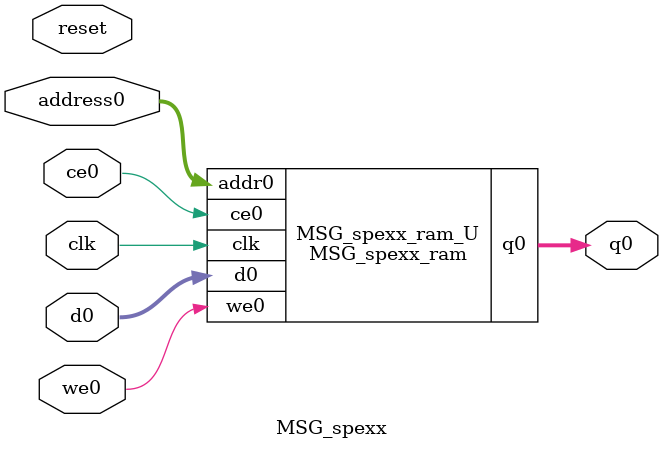
<source format=v>
`timescale 1 ns / 1 ps
module MSG_spexx_ram (addr0, ce0, d0, we0, q0,  clk);

parameter DWIDTH = 32;
parameter AWIDTH = 8;
parameter MEM_SIZE = 200;

input[AWIDTH-1:0] addr0;
input ce0;
input[DWIDTH-1:0] d0;
input we0;
output reg[DWIDTH-1:0] q0;
input clk;

(* ram_style = "block" *)reg [DWIDTH-1:0] ram[0:MEM_SIZE-1];




always @(posedge clk)  
begin 
    if (ce0) 
    begin
        if (we0) 
        begin 
            ram[addr0] <= d0; 
        end 
        q0 <= ram[addr0];
    end
end


endmodule

`timescale 1 ns / 1 ps
module MSG_spexx(
    reset,
    clk,
    address0,
    ce0,
    we0,
    d0,
    q0);

parameter DataWidth = 32'd32;
parameter AddressRange = 32'd200;
parameter AddressWidth = 32'd8;
input reset;
input clk;
input[AddressWidth - 1:0] address0;
input ce0;
input we0;
input[DataWidth - 1:0] d0;
output[DataWidth - 1:0] q0;



MSG_spexx_ram MSG_spexx_ram_U(
    .clk( clk ),
    .addr0( address0 ),
    .ce0( ce0 ),
    .we0( we0 ),
    .d0( d0 ),
    .q0( q0 ));

endmodule


</source>
